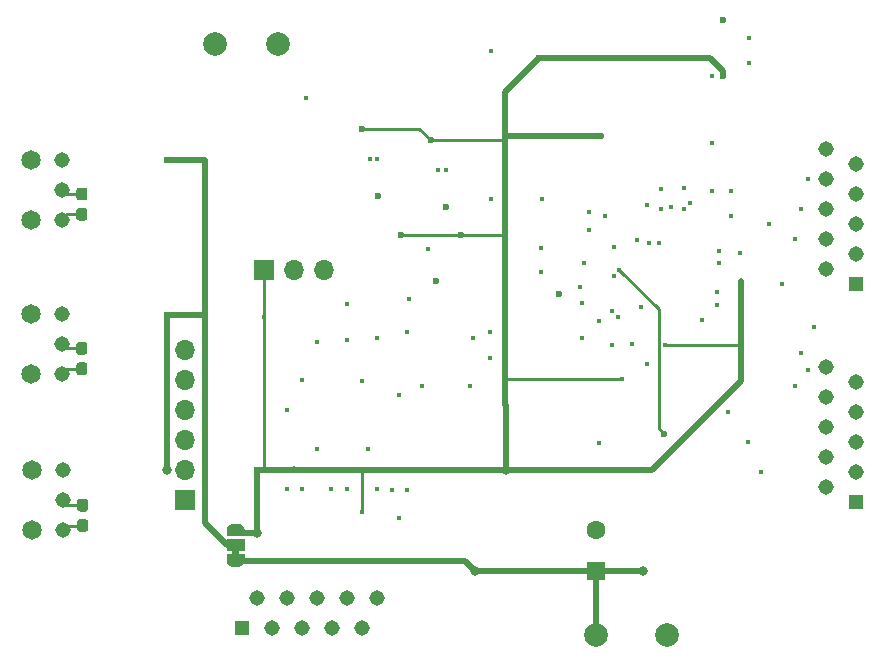
<source format=gbr>
G04 #@! TF.GenerationSoftware,KiCad,Pcbnew,(5.1.10-0-10_14)*
G04 #@! TF.CreationDate,2021-06-26T15:44:58+02:00*
G04 #@! TF.ProjectId,dac,6461632e-6b69-4636-9164-5f7063625858,rev?*
G04 #@! TF.SameCoordinates,Original*
G04 #@! TF.FileFunction,Copper,L4,Bot*
G04 #@! TF.FilePolarity,Positive*
%FSLAX46Y46*%
G04 Gerber Fmt 4.6, Leading zero omitted, Abs format (unit mm)*
G04 Created by KiCad (PCBNEW (5.1.10-0-10_14)) date 2021-06-26 15:44:58*
%MOMM*%
%LPD*%
G01*
G04 APERTURE LIST*
G04 #@! TA.AperFunction,EtchedComponent*
%ADD10C,0.100000*%
G04 #@! TD*
G04 #@! TA.AperFunction,ComponentPad*
%ADD11C,1.308000*%
G04 #@! TD*
G04 #@! TA.AperFunction,ComponentPad*
%ADD12C,1.650000*%
G04 #@! TD*
G04 #@! TA.AperFunction,ComponentPad*
%ADD13C,2.000000*%
G04 #@! TD*
G04 #@! TA.AperFunction,ComponentPad*
%ADD14R,1.308000X1.308000*%
G04 #@! TD*
G04 #@! TA.AperFunction,ComponentPad*
%ADD15O,1.700000X1.700000*%
G04 #@! TD*
G04 #@! TA.AperFunction,ComponentPad*
%ADD16R,1.700000X1.700000*%
G04 #@! TD*
G04 #@! TA.AperFunction,SMDPad,CuDef*
%ADD17C,0.100000*%
G04 #@! TD*
G04 #@! TA.AperFunction,SMDPad,CuDef*
%ADD18R,1.500000X1.000000*%
G04 #@! TD*
G04 #@! TA.AperFunction,ComponentPad*
%ADD19C,1.600000*%
G04 #@! TD*
G04 #@! TA.AperFunction,ComponentPad*
%ADD20R,1.600000X1.600000*%
G04 #@! TD*
G04 #@! TA.AperFunction,ViaPad*
%ADD21C,0.450000*%
G04 #@! TD*
G04 #@! TA.AperFunction,ViaPad*
%ADD22C,0.600000*%
G04 #@! TD*
G04 #@! TA.AperFunction,ViaPad*
%ADD23C,0.800000*%
G04 #@! TD*
G04 #@! TA.AperFunction,Conductor*
%ADD24C,0.250000*%
G04 #@! TD*
G04 #@! TA.AperFunction,Conductor*
%ADD25C,0.500000*%
G04 #@! TD*
G04 APERTURE END LIST*
D10*
G36*
X130043200Y-103638400D02*
G01*
X130043200Y-103138400D01*
X129443200Y-103138400D01*
X129443200Y-103638400D01*
X130043200Y-103638400D01*
G37*
D11*
X115088500Y-96393000D03*
X115088500Y-98933000D03*
X115088500Y-101473000D03*
D12*
X112458500Y-101473000D03*
X112458500Y-96393000D03*
D11*
X115025000Y-83185000D03*
X115025000Y-85725000D03*
X115025000Y-88265000D03*
D12*
X112395000Y-88265000D03*
X112395000Y-83185000D03*
D11*
X115025000Y-70104000D03*
X115025000Y-72644000D03*
X115025000Y-75184000D03*
D12*
X112395000Y-75184000D03*
X112395000Y-70104000D03*
G04 #@! TA.AperFunction,SMDPad,CuDef*
G36*
G01*
X116539000Y-100528000D02*
X117014000Y-100528000D01*
G75*
G02*
X117251500Y-100765500I0J-237500D01*
G01*
X117251500Y-101365500D01*
G75*
G02*
X117014000Y-101603000I-237500J0D01*
G01*
X116539000Y-101603000D01*
G75*
G02*
X116301500Y-101365500I0J237500D01*
G01*
X116301500Y-100765500D01*
G75*
G02*
X116539000Y-100528000I237500J0D01*
G01*
G37*
G04 #@! TD.AperFunction*
G04 #@! TA.AperFunction,SMDPad,CuDef*
G36*
G01*
X116539000Y-98803000D02*
X117014000Y-98803000D01*
G75*
G02*
X117251500Y-99040500I0J-237500D01*
G01*
X117251500Y-99640500D01*
G75*
G02*
X117014000Y-99878000I-237500J0D01*
G01*
X116539000Y-99878000D01*
G75*
G02*
X116301500Y-99640500I0J237500D01*
G01*
X116301500Y-99040500D01*
G75*
G02*
X116539000Y-98803000I237500J0D01*
G01*
G37*
G04 #@! TD.AperFunction*
G04 #@! TA.AperFunction,SMDPad,CuDef*
G36*
G01*
X116475500Y-87256500D02*
X116950500Y-87256500D01*
G75*
G02*
X117188000Y-87494000I0J-237500D01*
G01*
X117188000Y-88094000D01*
G75*
G02*
X116950500Y-88331500I-237500J0D01*
G01*
X116475500Y-88331500D01*
G75*
G02*
X116238000Y-88094000I0J237500D01*
G01*
X116238000Y-87494000D01*
G75*
G02*
X116475500Y-87256500I237500J0D01*
G01*
G37*
G04 #@! TD.AperFunction*
G04 #@! TA.AperFunction,SMDPad,CuDef*
G36*
G01*
X116475500Y-85531500D02*
X116950500Y-85531500D01*
G75*
G02*
X117188000Y-85769000I0J-237500D01*
G01*
X117188000Y-86369000D01*
G75*
G02*
X116950500Y-86606500I-237500J0D01*
G01*
X116475500Y-86606500D01*
G75*
G02*
X116238000Y-86369000I0J237500D01*
G01*
X116238000Y-85769000D01*
G75*
G02*
X116475500Y-85531500I237500J0D01*
G01*
G37*
G04 #@! TD.AperFunction*
G04 #@! TA.AperFunction,SMDPad,CuDef*
G36*
G01*
X116475500Y-74175500D02*
X116950500Y-74175500D01*
G75*
G02*
X117188000Y-74413000I0J-237500D01*
G01*
X117188000Y-75013000D01*
G75*
G02*
X116950500Y-75250500I-237500J0D01*
G01*
X116475500Y-75250500D01*
G75*
G02*
X116238000Y-75013000I0J237500D01*
G01*
X116238000Y-74413000D01*
G75*
G02*
X116475500Y-74175500I237500J0D01*
G01*
G37*
G04 #@! TD.AperFunction*
G04 #@! TA.AperFunction,SMDPad,CuDef*
G36*
G01*
X116475500Y-72450500D02*
X116950500Y-72450500D01*
G75*
G02*
X117188000Y-72688000I0J-237500D01*
G01*
X117188000Y-73288000D01*
G75*
G02*
X116950500Y-73525500I-237500J0D01*
G01*
X116475500Y-73525500D01*
G75*
G02*
X116238000Y-73288000I0J237500D01*
G01*
X116238000Y-72688000D01*
G75*
G02*
X116475500Y-72450500I237500J0D01*
G01*
G37*
G04 #@! TD.AperFunction*
D13*
X127952500Y-60325000D03*
X133350000Y-60325000D03*
D14*
X130238500Y-109728000D03*
D11*
X131508500Y-107188000D03*
X132778500Y-109728000D03*
X134048500Y-107188000D03*
X135318500Y-109728000D03*
X136588500Y-107188000D03*
X137858500Y-109728000D03*
X139128500Y-107188000D03*
X140398500Y-109728000D03*
X141668500Y-107188000D03*
D14*
X182245000Y-99060000D03*
D11*
X179705000Y-97790000D03*
X182245000Y-96520000D03*
X179705000Y-95250000D03*
X182245000Y-93980000D03*
X179705000Y-92710000D03*
X182245000Y-91440000D03*
X179705000Y-90170000D03*
X182245000Y-88900000D03*
X179705000Y-87630000D03*
D14*
X182245000Y-80645000D03*
D11*
X179705000Y-79375000D03*
X182245000Y-78105000D03*
X179705000Y-76835000D03*
X182245000Y-75565000D03*
X179705000Y-74295000D03*
X182245000Y-73025000D03*
X179705000Y-71755000D03*
X182245000Y-70485000D03*
X179705000Y-69215000D03*
D15*
X137223500Y-79438500D03*
X134683500Y-79438500D03*
D16*
X132143500Y-79438500D03*
G04 #@! TA.AperFunction,SMDPad,CuDef*
D17*
G36*
X130493200Y-103488400D02*
G01*
X130493200Y-104038400D01*
X130492598Y-104038400D01*
X130492598Y-104062934D01*
X130487788Y-104111765D01*
X130478216Y-104159890D01*
X130463972Y-104206845D01*
X130445195Y-104252178D01*
X130422064Y-104295451D01*
X130394804Y-104336250D01*
X130363676Y-104374179D01*
X130328979Y-104408876D01*
X130291050Y-104440004D01*
X130250251Y-104467264D01*
X130206978Y-104490395D01*
X130161645Y-104509172D01*
X130114690Y-104523416D01*
X130066565Y-104532988D01*
X130017734Y-104537798D01*
X129993200Y-104537798D01*
X129993200Y-104538400D01*
X129493200Y-104538400D01*
X129493200Y-104537798D01*
X129468666Y-104537798D01*
X129419835Y-104532988D01*
X129371710Y-104523416D01*
X129324755Y-104509172D01*
X129279422Y-104490395D01*
X129236149Y-104467264D01*
X129195350Y-104440004D01*
X129157421Y-104408876D01*
X129122724Y-104374179D01*
X129091596Y-104336250D01*
X129064336Y-104295451D01*
X129041205Y-104252178D01*
X129022428Y-104206845D01*
X129008184Y-104159890D01*
X128998612Y-104111765D01*
X128993802Y-104062934D01*
X128993802Y-104038400D01*
X128993200Y-104038400D01*
X128993200Y-103488400D01*
X130493200Y-103488400D01*
G37*
G04 #@! TD.AperFunction*
D18*
X129743200Y-102738400D03*
G04 #@! TA.AperFunction,SMDPad,CuDef*
D17*
G36*
X128993802Y-101438400D02*
G01*
X128993802Y-101413866D01*
X128998612Y-101365035D01*
X129008184Y-101316910D01*
X129022428Y-101269955D01*
X129041205Y-101224622D01*
X129064336Y-101181349D01*
X129091596Y-101140550D01*
X129122724Y-101102621D01*
X129157421Y-101067924D01*
X129195350Y-101036796D01*
X129236149Y-101009536D01*
X129279422Y-100986405D01*
X129324755Y-100967628D01*
X129371710Y-100953384D01*
X129419835Y-100943812D01*
X129468666Y-100939002D01*
X129493200Y-100939002D01*
X129493200Y-100938400D01*
X129993200Y-100938400D01*
X129993200Y-100939002D01*
X130017734Y-100939002D01*
X130066565Y-100943812D01*
X130114690Y-100953384D01*
X130161645Y-100967628D01*
X130206978Y-100986405D01*
X130250251Y-101009536D01*
X130291050Y-101036796D01*
X130328979Y-101067924D01*
X130363676Y-101102621D01*
X130394804Y-101140550D01*
X130422064Y-101181349D01*
X130445195Y-101224622D01*
X130463972Y-101269955D01*
X130478216Y-101316910D01*
X130487788Y-101365035D01*
X130492598Y-101413866D01*
X130492598Y-101438400D01*
X130493200Y-101438400D01*
X130493200Y-101988400D01*
X128993200Y-101988400D01*
X128993200Y-101438400D01*
X128993802Y-101438400D01*
G37*
G04 #@! TD.AperFunction*
D13*
X166243000Y-110363000D03*
X160210500Y-110363000D03*
D19*
X160210500Y-101402000D03*
D20*
X160210500Y-104902000D03*
D15*
X125476000Y-86156800D03*
X125476000Y-88696800D03*
X125476000Y-91236800D03*
X125476000Y-93776800D03*
X125476000Y-96316800D03*
D16*
X125476000Y-98856800D03*
D21*
X165709600Y-72542400D03*
X165735000Y-74295000D03*
X164566600Y-87401400D03*
D22*
X170992800Y-58216800D03*
X141757400Y-73152000D03*
X147535900Y-74053700D03*
X157124400Y-81432400D03*
X146685000Y-80340200D03*
X131508500Y-96329500D03*
D21*
X166096000Y-85770400D03*
X172491400Y-80391000D03*
X162411400Y-88693000D03*
D22*
X155445800Y-61470200D03*
X160629600Y-68072000D03*
X170977600Y-63007200D03*
D21*
X132160000Y-83422500D03*
D22*
X152579000Y-81840000D03*
D21*
X140415000Y-99932500D03*
D23*
X131508500Y-101663500D03*
D22*
X140447000Y-67515500D03*
X146240500Y-68453000D03*
X143778001Y-76439999D03*
X148858001Y-76439999D03*
D23*
X152590500Y-96329500D03*
D21*
X155600400Y-79603600D03*
X159258000Y-78837000D03*
X155600400Y-77520800D03*
X161772225Y-77485808D03*
X135331200Y-88696800D03*
X134061200Y-91236800D03*
X158902400Y-80873600D03*
X144208500Y-84667000D03*
X151299000Y-84667000D03*
X151257000Y-86868000D03*
X178175999Y-71755000D03*
X178175999Y-87878999D03*
X141668500Y-85217000D03*
X159054800Y-82194400D03*
X149796499Y-85217001D03*
X159067500Y-85217000D03*
X177625999Y-74295000D03*
X177625999Y-86470501D03*
X162204400Y-79400400D03*
D22*
X165989000Y-93281500D03*
D21*
X167690800Y-74218800D03*
X167690800Y-72491600D03*
X163271200Y-85699600D03*
X161747200Y-79959200D03*
X161571002Y-82854800D03*
X161594800Y-85750400D03*
X160528000Y-83718400D03*
X140970000Y-94615000D03*
X160518001Y-94053499D03*
X178725999Y-84227501D03*
X172466000Y-77978000D03*
X170624500Y-77851000D03*
X174879000Y-75565000D03*
X170624500Y-78867000D03*
X171653200Y-72694800D03*
X160985200Y-74853800D03*
X171653200Y-74828400D03*
X169189400Y-83693000D03*
X174180500Y-96520000D03*
X170459400Y-82372200D03*
X173101000Y-93980000D03*
X170510200Y-81322199D03*
X171450000Y-91440000D03*
X170053000Y-62992000D03*
X170053000Y-68707000D03*
X173228000Y-61925200D03*
X175975998Y-80645000D03*
X162119800Y-83362800D03*
X170027600Y-72694800D03*
X164033200Y-82550000D03*
X173228000Y-59740800D03*
X139128500Y-97980500D03*
X137843498Y-97995502D03*
X139128500Y-85344000D03*
X139128500Y-82296000D03*
X135318500Y-97980500D03*
X134048500Y-97980500D03*
X141668500Y-97980500D03*
X144208500Y-98044000D03*
X143573500Y-89979500D03*
X143573500Y-100457000D03*
X142938500Y-98044000D03*
D23*
X149987000Y-104902000D03*
X164211000Y-104902000D03*
D22*
X123952000Y-70104000D03*
X123952000Y-83210400D03*
D23*
X123952000Y-96393000D03*
D21*
X136601200Y-94538800D03*
X149542500Y-89281000D03*
X177075999Y-76835000D03*
X177075999Y-89255499D03*
X136588500Y-85534500D03*
X140411200Y-88849200D03*
X145542000Y-89281000D03*
X166573200Y-74117200D03*
X147525377Y-70942158D03*
X141746826Y-70068312D03*
X168240800Y-73790771D03*
X159639000Y-76009500D03*
X164759261Y-77153338D03*
X159639000Y-74485500D03*
X163703000Y-76898500D03*
X164592000Y-73888600D03*
X155676600Y-73406000D03*
X151320500Y-73406000D03*
X151320500Y-60896500D03*
X165608000Y-77152500D03*
X145986500Y-77660500D03*
X135699500Y-64897000D03*
X141097000Y-70053200D03*
X146875500Y-70954900D03*
X144398044Y-81914740D03*
D24*
X115369000Y-72988000D02*
X115025000Y-72644000D01*
X116713000Y-72988000D02*
X115369000Y-72988000D01*
X115369000Y-86069000D02*
X115025000Y-85725000D01*
X116713000Y-86069000D02*
X115369000Y-86069000D01*
X115496000Y-99340500D02*
X115088500Y-98933000D01*
X116776500Y-99340500D02*
X115496000Y-99340500D01*
X166096000Y-85770400D02*
X166096000Y-85770400D01*
D25*
X125488700Y-96329500D02*
X125476000Y-96316800D01*
X152579000Y-64337000D02*
X155445800Y-61470200D01*
D24*
X152654000Y-68072000D02*
X152579000Y-68147000D01*
D25*
X152755600Y-68072000D02*
X152579000Y-67895400D01*
X160629600Y-68072000D02*
X152755600Y-68072000D01*
X152579000Y-67895400D02*
X152579000Y-64337000D01*
X152579000Y-68147000D02*
X152579000Y-67895400D01*
X170977600Y-62582936D02*
X170977600Y-63007200D01*
X169864864Y-61470200D02*
X170977600Y-62582936D01*
X155445800Y-61470200D02*
X169864864Y-61470200D01*
D24*
X134586201Y-96299799D02*
X134556500Y-96329500D01*
X134611201Y-96104801D02*
X134835900Y-96329500D01*
D25*
X134556500Y-96329500D02*
X134835900Y-96329500D01*
D24*
X132160000Y-96313000D02*
X132143500Y-96329500D01*
X132160000Y-83422500D02*
X132160000Y-96313000D01*
D25*
X132143500Y-96329500D02*
X134556500Y-96329500D01*
X131508500Y-96329500D02*
X132143500Y-96329500D01*
D24*
X152488900Y-70764400D02*
X152579000Y-70854500D01*
X152514300Y-70015100D02*
X152579000Y-70079800D01*
D25*
X152579000Y-70854500D02*
X152579000Y-70079800D01*
X129968300Y-101663500D02*
X129743200Y-101438400D01*
X152579000Y-81840000D02*
X152579000Y-78665000D01*
D24*
X132160000Y-79455000D02*
X132143500Y-79438500D01*
X132160000Y-83422500D02*
X132160000Y-79455000D01*
X125463300Y-96329500D02*
X125476000Y-96316800D01*
D25*
X131508500Y-101663500D02*
X129968300Y-101663500D01*
D24*
X152512999Y-76439999D02*
X152579000Y-76506000D01*
D25*
X152579000Y-76506000D02*
X152579000Y-70854500D01*
X152579000Y-78665000D02*
X152579000Y-76506000D01*
D24*
X148858001Y-76439999D02*
X152512999Y-76439999D01*
X143778001Y-76439999D02*
X148858001Y-76439999D01*
X146240500Y-68453000D02*
X152504000Y-68453000D01*
X152504000Y-68453000D02*
X152579000Y-68528000D01*
D25*
X152579000Y-68528000D02*
X152579000Y-68147000D01*
X152579000Y-70079800D02*
X152579000Y-68528000D01*
D24*
X145303000Y-67515500D02*
X146240500Y-68453000D01*
X140447000Y-67515500D02*
X145303000Y-67515500D01*
D25*
X152590500Y-96329500D02*
X143129000Y-96329500D01*
X152590500Y-90868500D02*
X152579000Y-90857000D01*
X152590500Y-96329500D02*
X152590500Y-90868500D01*
D24*
X152637500Y-88693000D02*
X152579000Y-88634500D01*
X162411400Y-88693000D02*
X152637500Y-88693000D01*
D25*
X152579000Y-88634500D02*
X152579000Y-81840000D01*
X152579000Y-90857000D02*
X152579000Y-88634500D01*
X165003502Y-96329500D02*
X172491400Y-88841602D01*
X152590500Y-96329500D02*
X165003502Y-96329500D01*
D24*
X172447900Y-85770400D02*
X172491400Y-85813900D01*
D25*
X172491400Y-85813900D02*
X172491400Y-80391000D01*
D24*
X166096000Y-85770400D02*
X172447900Y-85770400D01*
D25*
X172491400Y-88841602D02*
X172491400Y-85813900D01*
X131508500Y-101663500D02*
X131508500Y-96329500D01*
D24*
X140415000Y-96440000D02*
X140525500Y-96329500D01*
D25*
X140525500Y-96329500D02*
X134835900Y-96329500D01*
D24*
X140415000Y-99932500D02*
X140415000Y-96440000D01*
D25*
X143129000Y-96329500D02*
X140525500Y-96329500D01*
D24*
X165544500Y-82740500D02*
X162204400Y-79400400D01*
X165544500Y-82955000D02*
X165544500Y-82740500D01*
X165544500Y-82955000D02*
X165544500Y-92837000D01*
X165544500Y-92837000D02*
X165989000Y-93281500D01*
X165989000Y-93281500D02*
X165989000Y-93281500D01*
D25*
X129818100Y-103963500D02*
X129743200Y-104038400D01*
X160210500Y-104902000D02*
X149987000Y-104902000D01*
X160210500Y-104902000D02*
X164211000Y-104902000D01*
X160210500Y-110363000D02*
X160210500Y-104902000D01*
X149123400Y-104038400D02*
X149987000Y-104902000D01*
X129743200Y-104038400D02*
X149123400Y-104038400D01*
X127152400Y-100864812D02*
X127152400Y-83210400D01*
X127152400Y-83210400D02*
X123952000Y-83210400D01*
X127152400Y-83210400D02*
X127152400Y-70104000D01*
X127152400Y-70104000D02*
X123952000Y-70104000D01*
X129025988Y-102738400D02*
X127152400Y-100864812D01*
X129743200Y-102738400D02*
X129025988Y-102738400D01*
X123952000Y-96393000D02*
X123952000Y-83210400D01*
D24*
X115496000Y-74713000D02*
X115025000Y-75184000D01*
X116713000Y-74713000D02*
X115496000Y-74713000D01*
X115496000Y-87794000D02*
X115025000Y-88265000D01*
X116713000Y-87794000D02*
X115496000Y-87794000D01*
X115496000Y-101065500D02*
X115088500Y-101473000D01*
X116776500Y-101065500D02*
X115496000Y-101065500D01*
M02*

</source>
